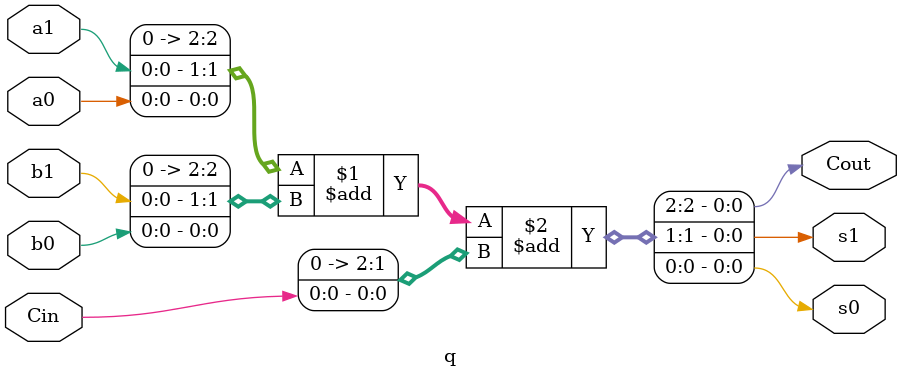
<source format=v>
`timescale 1ns/1ns
module q(input Cin , a0,a1,b0,b1, output s1,s0,Cout);
//Question 6
assign {Cout,s1,s0} = {a1,a0} + {b1,b0}+ {Cin};
endmodule

</source>
